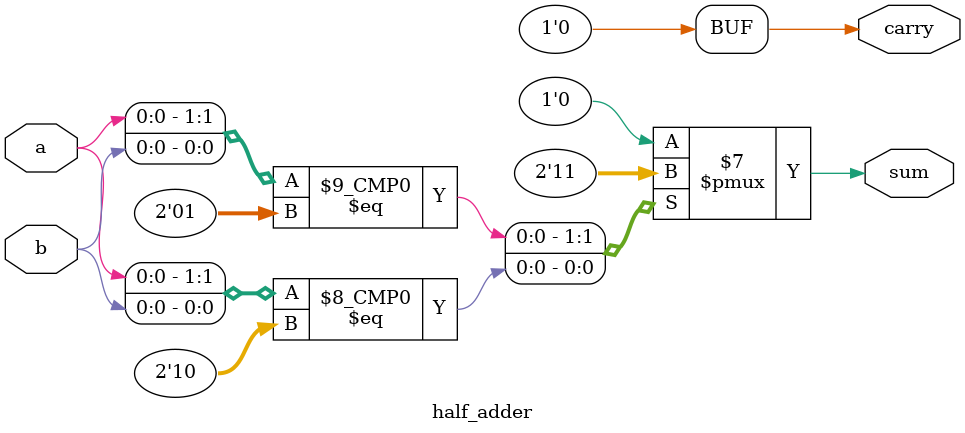
<source format=v>
module half_adder(input a,b,
	          output reg sum,carry);
always@(a,b)
begin
sum=0;carry=0;
case({a,b})

2'b00:begin sum=1'b0;carry=1'b0; end
2'b01:begin sum=1;carry=0; end
2'b10: begin sum=1;carry=0; end
//default:begin sum=0;carry=0; end
endcase
end
endmodule
/*	
module half_adder_tb(a,b,sum,carry);
`include half_adder
reg a,b;
wire sum,carry;

//half_adder DUT(.a(a),.b(),.sum(sum),.carry(carry));
half_adder DUT(a,b,sum,carry);

initial
begin
a=1;
b=1;
#5;
a=0;
b=1;
end
endmodule
*/
</source>
